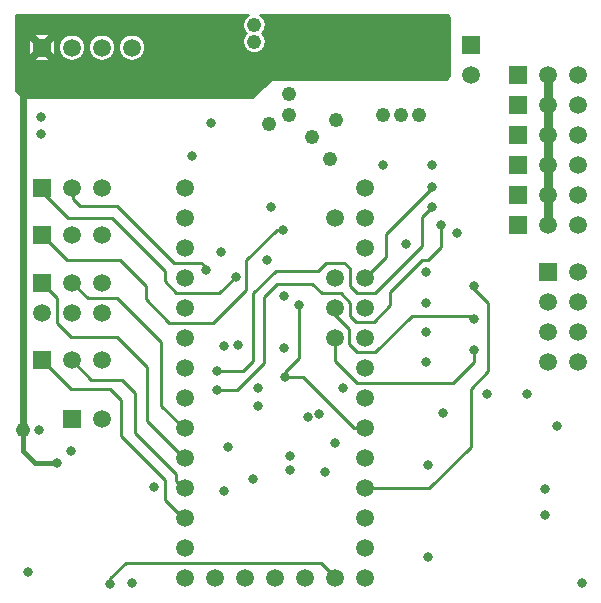
<source format=gbl>
%FSLAX25Y25*%
%MOIN*%
G04 EasyPC Gerber Version 17.0 Build 3379 *
%ADD14R,0.05906X0.05906*%
%ADD11C,0.00787*%
%ADD19C,0.00984*%
%ADD17C,0.01000*%
%ADD70C,0.01575*%
%ADD71C,0.02362*%
%ADD12C,0.02500*%
%ADD18C,0.03150*%
%ADD16C,0.03189*%
%ADD15C,0.04800*%
%ADD13C,0.05906*%
X0Y0D02*
D02*
D11*
X3501Y169260D02*
Y194457D01*
X81204*
G75*
G03X80533Y188439I1937J-3262*
G01*
G75*
G03X79347Y185683I2607J-2756*
G01*
G75*
G03X86934I3794*
G01*
G75*
G03X85748Y188439I-3794*
G01*
G75*
G03X85078Y194457I-2607J2756*
G01*
X147595*
X148495Y193557*
Y174266*
X147314Y173085*
X89046*
X82747Y166785*
X5975*
X3501Y169260*
X7975Y179337D02*
Y188093D01*
X16731*
Y179337*
X7975*
X17959Y183715D02*
G75*
G02X26747I4394D01*
G01*
G75*
G02X17959I-4394*
G01*
X27959D02*
G75*
G02X36747I4394D01*
G01*
G75*
G02X27959I-4394*
G01*
X37959D02*
G75*
G02X46747I4394D01*
G01*
G75*
G02X37959I-4394*
G01*
X3501D02*
G36*
Y169260D01*
X5975Y166785*
X82747*
X89046Y173085*
X147314*
X148495Y174266*
Y193557*
X147595Y194457*
X85078*
G75*
G02X85748Y188439I-1937J-3262*
G01*
G75*
G02X86934Y185683I-2607J-2756*
G01*
G75*
G02X79898Y183715I-3794*
G01*
X46747*
G75*
G02X37959I-4394*
G01*
X36747*
G75*
G02X27959I-4394*
G01*
X26747*
G75*
G02X17959I-4394*
G01*
X16731*
Y179337*
X7975*
Y183715*
X3501*
G37*
X7975D02*
G36*
Y188093D01*
X16731*
Y183715*
X17959*
G75*
G02X26747I4394*
G01*
X27959*
G75*
G02X36747I4394*
G01*
X37959*
G75*
G02X46747I4394*
G01*
X79898*
G75*
G02X79347Y185683I3243J1969*
G01*
G75*
G02X80533Y188439I3794*
G01*
G75*
G02X81204Y194457I2607J2756*
G01*
X3501*
Y183715*
X7975*
G37*
D02*
D12*
X10237Y181598D02*
X7119Y178480D01*
X10237Y185831D02*
X7119Y188949D01*
X14469Y181598D02*
X17587Y178480D01*
X14469Y185831D02*
X17587Y188949D01*
D02*
D13*
X12353Y95407D03*
X22353Y79659D03*
Y95407D03*
Y105407D03*
Y121156D03*
Y136904D03*
Y183715D03*
X32353Y59974D03*
Y79659D03*
Y95407D03*
Y105407D03*
Y121156D03*
Y136904D03*
Y183715D03*
X42353D03*
X59833Y6904D03*
Y16904D03*
Y26904D03*
Y36904D03*
Y46904D03*
Y56904D03*
Y66904D03*
Y76904D03*
Y86904D03*
Y96904D03*
Y106904D03*
Y116904D03*
Y126904D03*
Y136904D03*
X69833Y6904D03*
X79833D03*
X89833D03*
X99833D03*
X109833D03*
Y86904D03*
Y96904D03*
Y106904D03*
Y126904D03*
X119833Y6904D03*
Y16904D03*
Y26904D03*
Y36904D03*
Y46904D03*
Y56904D03*
Y66904D03*
Y76904D03*
Y86904D03*
Y96904D03*
Y106904D03*
Y116904D03*
Y126904D03*
Y136904D03*
X155188Y174659D03*
X181093Y78872D03*
Y88872D03*
Y98872D03*
Y124629D03*
Y134629D03*
Y144629D03*
Y154629D03*
Y164629D03*
Y174629D03*
X191093Y78872D03*
Y88872D03*
Y98872D03*
Y108872D03*
Y124629D03*
Y134629D03*
Y144629D03*
Y154629D03*
Y164629D03*
Y174629D03*
D02*
D14*
X12353Y79659D03*
Y105407D03*
Y121156D03*
Y136904D03*
Y183715D03*
X22353Y59974D03*
X155188Y184659D03*
X171093Y124629D03*
Y134629D03*
Y144629D03*
Y154629D03*
Y164629D03*
Y174629D03*
X181093Y108872D03*
D02*
D15*
X5975Y56156D03*
X83141Y185683D03*
Y191195D03*
X87865Y158124D03*
X94558Y161274D03*
Y168360D03*
X102432Y153793D03*
X108337Y146707D03*
X110306Y159699D03*
X111487Y186077D03*
Y191195D03*
X126054Y161274D03*
X131959D03*
X137865D03*
D02*
D16*
X7550Y8911D03*
X11290Y56156D03*
X11881Y154974D03*
Y160486D03*
X17196Y45132D03*
X22117Y49266D03*
X35109Y4974D03*
X42393Y5171D03*
X49676Y37258D03*
X62274Y147494D03*
X66999Y109699D03*
X68574Y158518D03*
X68967Y182140D03*
X70542Y69541D03*
Y75841D03*
X72117Y115604D03*
X72904Y36077D03*
Y84108D03*
X74479Y50644D03*
X76841Y107337D03*
X77629Y84502D03*
X82747Y40014D03*
X84322Y64423D03*
Y70329D03*
X87471Y112848D03*
X88652Y130565D03*
X92589Y123085D03*
X92983Y83715D03*
Y101037D03*
X93377Y73872D03*
X94952Y42770D03*
Y47494D03*
X98101Y97888D03*
X100857Y60486D03*
X104794Y61667D03*
X106763Y42376D03*
X109912Y51825D03*
X112668Y70329D03*
X126054Y144738D03*
X133534Y118360D03*
X140227Y78990D03*
Y88833D03*
Y98675D03*
Y108911D03*
X141015Y14030D03*
Y44738D03*
X142196Y130565D03*
Y137258D03*
Y144738D03*
X145345Y124659D03*
X146133Y62061D03*
X150542Y122070D03*
X156369Y82927D03*
Y93330D03*
Y104187D03*
X160700Y68360D03*
X174085D03*
X179991Y27809D03*
Y36470D03*
X183928Y57730D03*
X192196Y5368D03*
D02*
D17*
X12353Y105407D02*
X17393Y100368D01*
Y91982*
X22117Y87258*
X37471*
X47314Y77415*
Y59305*
X59715Y46904*
X59833*
X12353Y136904D02*
Y135722D01*
X21054Y127022*
X35503*
X53219Y109305*
Y105762*
X57156Y101825*
X71330*
X76841Y107337*
X35109Y4974D02*
Y6943D01*
X40227Y12061*
X105188*
X109912Y7337*
Y6982*
X109833Y6904*
X59833Y26904D02*
X59243D01*
X53219Y32927*
Y39620*
X38652Y54187*
Y66392*
X35109Y69935*
X22117*
X12786Y79266*
Y79659*
X12353*
X59833Y36904D02*
X59479D01*
X57156Y39226*
Y41589*
X43377Y55368*
Y68754*
X39046Y73085*
X28810*
X22353Y79541*
Y79659*
X59833Y56904D02*
X59519D01*
X52038Y64384*
Y85683*
X37471Y100250*
X27511*
X22353Y105407*
X70542Y69541D02*
X77235D01*
X86290Y78596*
Y100644*
X90621Y104974*
X102432*
X105581Y101825*
X111881*
X115030Y98675*
Y94344*
X116999Y92376*
X122904*
X128416Y97888*
Y102219*
X139046Y112848*
X141015*
X145345Y117179*
Y124659*
X92589Y123085D02*
X90621D01*
X80385Y112848*
Y103006*
X69361Y91982*
X54794*
X46920Y99856*
Y104187*
X38259Y112848*
X20660*
X12353Y121156*
X98101Y97888D02*
Y80171D01*
X93377Y75447*
Y73872*
X109833Y86904D02*
Y84148D01*
X109912Y84069*
Y79384*
X117393Y71904*
X149282*
X156369Y78990*
Y82927*
X109833Y96904D02*
Y94935D01*
X109715*
X114637Y90014*
Y84896*
X117393Y82140*
X123298*
X135503Y94344*
X155354*
X156369Y93330*
X119833Y36904D02*
X141408D01*
X155188Y50683*
Y69935*
X161093Y75841*
Y98675*
X156369Y103400*
Y104187*
X119833Y56904D02*
Y56943D01*
X116211*
X99282Y73872*
X93377*
X142196Y130565D02*
X139046Y127415D01*
Y117573*
X123298Y101825*
X117393*
X115030Y104187*
Y110093*
X113062Y112061*
X107156*
X104400Y109305*
X90227*
X82747Y101825*
Y79384*
X79204Y75841*
X70542*
X142196Y137258D02*
Y136864D01*
X126841Y121510*
Y113911*
X119833Y106904*
D02*
D18*
X181093Y124629D02*
Y174629D01*
D02*
D19*
X12353Y183715D02*
X12668D01*
X14637Y181746*
Y181352*
X22038Y173951*
X60778*
X68967Y182140*
X66999Y109699D02*
Y110486D01*
X65424Y112061*
X56369*
X37471Y130959*
X24873*
X22511Y133321*
Y136904*
X22353*
D02*
D70*
X5975Y177415D02*
X11566Y183006D01*
Y183715*
X12353*
X17196Y45132D02*
X10109D01*
X5975Y49266*
Y56156*
X68967Y182140D02*
X70542D01*
X76841Y175841*
X89833*
X99676Y185683*
X111093*
X111487Y186077*
D02*
D71*
X5975Y56156D02*
Y177415D01*
X0Y0D02*
M02*

</source>
